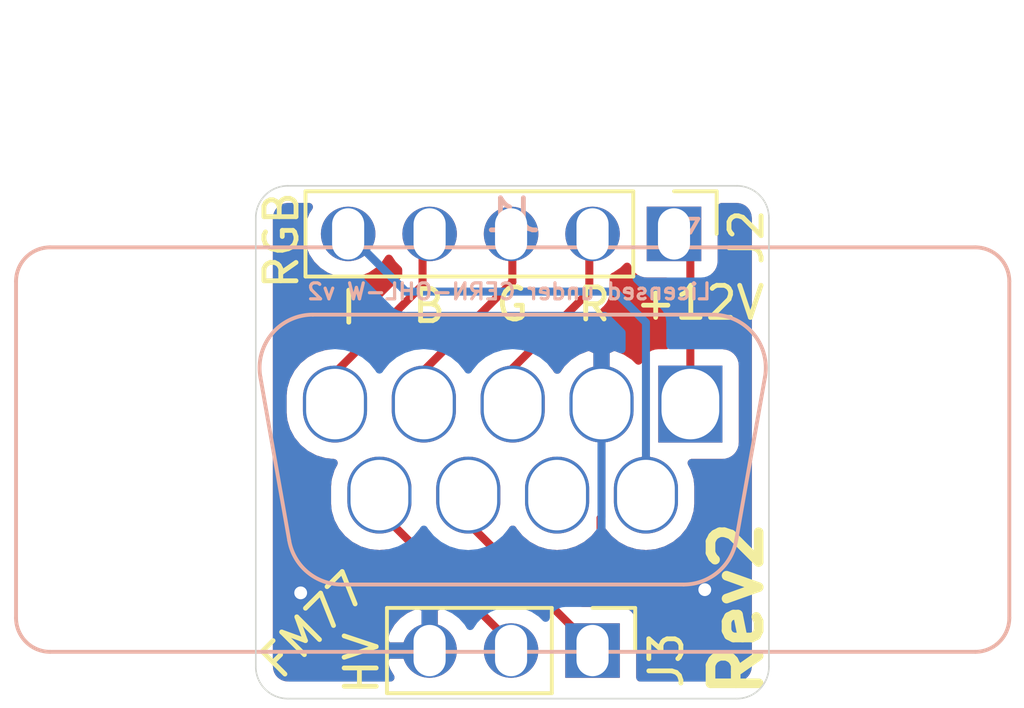
<source format=kicad_pcb>
(kicad_pcb (version 20171130) (host pcbnew "(5.1.6)-1")

  (general
    (thickness 1.6)
    (drawings 17)
    (tracks 36)
    (zones 0)
    (modules 3)
    (nets 9)
  )

  (page A4)
  (layers
    (0 F.Cu signal)
    (31 B.Cu signal)
    (32 B.Adhes user)
    (33 F.Adhes user)
    (34 B.Paste user)
    (35 F.Paste user)
    (36 B.SilkS user)
    (37 F.SilkS user)
    (38 B.Mask user)
    (39 F.Mask user)
    (40 Dwgs.User user)
    (41 Cmts.User user)
    (42 Eco1.User user)
    (43 Eco2.User user)
    (44 Edge.Cuts user)
    (45 Margin user)
    (46 B.CrtYd user)
    (47 F.CrtYd user)
    (48 B.Fab user)
    (49 F.Fab user)
  )

  (setup
    (last_trace_width 0.25)
    (trace_clearance 0.2)
    (zone_clearance 0.508)
    (zone_45_only no)
    (trace_min 0.2)
    (via_size 0.8)
    (via_drill 0.4)
    (via_min_size 0.4)
    (via_min_drill 0.3)
    (uvia_size 0.3)
    (uvia_drill 0.1)
    (uvias_allowed no)
    (uvia_min_size 0.2)
    (uvia_min_drill 0.1)
    (edge_width 0.05)
    (segment_width 0.2)
    (pcb_text_width 0.3)
    (pcb_text_size 1.5 1.5)
    (mod_edge_width 0.12)
    (mod_text_size 1 1)
    (mod_text_width 0.15)
    (pad_size 2 2.4)
    (pad_drill 1.8)
    (pad_to_mask_clearance 0.05)
    (aux_axis_origin 127 94)
    (grid_origin 127 94)
    (visible_elements 7FFFFFFF)
    (pcbplotparams
      (layerselection 0x010f0_ffffffff)
      (usegerberextensions true)
      (usegerberattributes true)
      (usegerberadvancedattributes true)
      (creategerberjobfile false)
      (excludeedgelayer true)
      (linewidth 0.100000)
      (plotframeref false)
      (viasonmask false)
      (mode 1)
      (useauxorigin false)
      (hpglpennumber 1)
      (hpglpenspeed 20)
      (hpglpendiameter 15.000000)
      (psnegative false)
      (psa4output false)
      (plotreference true)
      (plotvalue true)
      (plotinvisibletext false)
      (padsonsilk false)
      (subtractmaskfromsilk false)
      (outputformat 1)
      (mirror false)
      (drillshape 0)
      (scaleselection 1)
      (outputdirectory "gerber/"))
  )

  (net 0 "")
  (net 1 B)
  (net 2 R)
  (net 3 G)
  (net 4 V)
  (net 5 H)
  (net 6 GND)
  (net 7 I)
  (net 8 +12V)

  (net_class Default "This is the default net class."
    (clearance 0.2)
    (trace_width 0.25)
    (via_dia 0.8)
    (via_drill 0.4)
    (uvia_dia 0.3)
    (uvia_drill 0.1)
    (add_net +12V)
    (add_net B)
    (add_net G)
    (add_net GND)
    (add_net H)
    (add_net I)
    (add_net R)
    (add_net V)
  )

  (module Connector_PinHeader_2.54mm:PinHeader_1x05_P2.54mm_Vertical (layer F.Cu) (tedit 629CF21F) (tstamp 6299129E)
    (at 140.04 79.5 270)
    (descr "Through hole straight pin header, 1x05, 2.54mm pitch, single row")
    (tags "Through hole pin header THT 1x05 2.54mm single row")
    (path /6263C9B5)
    (fp_text reference J2 (at 0.1 -2.26 90) (layer F.SilkS)
      (effects (font (size 1 1) (thickness 0.15)))
    )
    (fp_text value RGB (at 0.2 12.24 90) (layer F.SilkS)
      (effects (font (size 1 1) (thickness 0.15)))
    )
    (fp_line (start -0.635 -1.27) (end 1.27 -1.27) (layer F.Fab) (width 0.1))
    (fp_line (start 1.27 -1.27) (end 1.27 11.43) (layer F.Fab) (width 0.1))
    (fp_line (start 1.27 11.43) (end -1.27 11.43) (layer F.Fab) (width 0.1))
    (fp_line (start -1.27 11.43) (end -1.27 -0.635) (layer F.Fab) (width 0.1))
    (fp_line (start -1.27 -0.635) (end -0.635 -1.27) (layer F.Fab) (width 0.1))
    (fp_line (start -1.33 11.49) (end 1.33 11.49) (layer F.SilkS) (width 0.12))
    (fp_line (start -1.33 1.27) (end -1.33 11.49) (layer F.SilkS) (width 0.12))
    (fp_line (start 1.33 1.27) (end 1.33 11.49) (layer F.SilkS) (width 0.12))
    (fp_line (start -1.33 1.27) (end 1.33 1.27) (layer F.SilkS) (width 0.12))
    (fp_line (start -1.33 0) (end -1.33 -1.33) (layer F.SilkS) (width 0.12))
    (fp_line (start -1.33 -1.33) (end 0 -1.33) (layer F.SilkS) (width 0.12))
    (fp_line (start -1.8 -1.8) (end -1.8 11.95) (layer F.CrtYd) (width 0.05))
    (fp_line (start -1.8 11.95) (end 1.8 11.95) (layer F.CrtYd) (width 0.05))
    (fp_line (start 1.8 11.95) (end 1.8 -1.8) (layer F.CrtYd) (width 0.05))
    (fp_line (start 1.8 -1.8) (end -1.8 -1.8) (layer F.CrtYd) (width 0.05))
    (fp_text user %R (at 0 5.08) (layer F.Fab)
      (effects (font (size 1 1) (thickness 0.15)))
    )
    (pad 5 thru_hole oval (at 0 10.16 270) (size 1.7 1.7) (drill oval 1.6 1) (layers *.Cu *.Mask)
      (net 7 I))
    (pad 4 thru_hole oval (at 0 7.62 270) (size 1.7 1.7) (drill oval 1.6 1) (layers *.Cu *.Mask)
      (net 1 B))
    (pad 3 thru_hole oval (at 0 5.08 270) (size 1.7 1.7) (drill oval 1.6 1) (layers *.Cu *.Mask)
      (net 3 G))
    (pad 2 thru_hole oval (at 0 2.54 270) (size 1.7 1.7) (drill oval 1.6 1) (layers *.Cu *.Mask)
      (net 2 R))
    (pad 1 thru_hole rect (at 0 0 270) (size 1.7 1.7) (drill oval 1.6 1) (layers *.Cu *.Mask)
      (net 8 +12V))
    (model ${KISYS3DMOD}/Connector_PinHeader_2.54mm.3dshapes/PinHeader_1x05_P2.54mm_Vertical.wrl
      (at (xyz 0 0 0))
      (scale (xyz 1 1 1))
      (rotate (xyz 0 0 0))
    )
  )

  (module Connector_PinHeader_2.54mm:PinHeader_1x03_P2.54mm_Vertical (layer F.Cu) (tedit 629CF23A) (tstamp 629931B7)
    (at 137.5 92.5 270)
    (descr "Through hole straight pin header, 1x03, 2.54mm pitch, single row")
    (tags "Through hole pin header THT 1x03 2.54mm single row")
    (path /6263D794)
    (fp_text reference J3 (at 0.3 -2.3 90) (layer F.SilkS)
      (effects (font (size 1 1) (thickness 0.15)))
    )
    (fp_text value HV (at 0.4 7.2 90) (layer F.SilkS)
      (effects (font (size 1 1) (thickness 0.15)))
    )
    (fp_line (start -0.635 -1.27) (end 1.27 -1.27) (layer F.Fab) (width 0.1))
    (fp_line (start 1.27 -1.27) (end 1.27 6.35) (layer F.Fab) (width 0.1))
    (fp_line (start 1.27 6.35) (end -1.27 6.35) (layer F.Fab) (width 0.1))
    (fp_line (start -1.27 6.35) (end -1.27 -0.635) (layer F.Fab) (width 0.1))
    (fp_line (start -1.27 -0.635) (end -0.635 -1.27) (layer F.Fab) (width 0.1))
    (fp_line (start -1.33 6.41) (end 1.33 6.41) (layer F.SilkS) (width 0.12))
    (fp_line (start -1.33 1.27) (end -1.33 6.41) (layer F.SilkS) (width 0.12))
    (fp_line (start 1.33 1.27) (end 1.33 6.41) (layer F.SilkS) (width 0.12))
    (fp_line (start -1.33 1.27) (end 1.33 1.27) (layer F.SilkS) (width 0.12))
    (fp_line (start -1.33 0) (end -1.33 -1.33) (layer F.SilkS) (width 0.12))
    (fp_line (start -1.33 -1.33) (end 0 -1.33) (layer F.SilkS) (width 0.12))
    (fp_line (start -1.8 -1.8) (end -1.8 6.85) (layer F.CrtYd) (width 0.05))
    (fp_line (start -1.8 6.85) (end 1.8 6.85) (layer F.CrtYd) (width 0.05))
    (fp_line (start 1.8 6.85) (end 1.8 -1.8) (layer F.CrtYd) (width 0.05))
    (fp_line (start 1.8 -1.8) (end -1.8 -1.8) (layer F.CrtYd) (width 0.05))
    (fp_text user %R (at 0 2.54) (layer F.Fab)
      (effects (font (size 1 1) (thickness 0.15)))
    )
    (pad 3 thru_hole oval (at 0 5.08 270) (size 1.7 1.7) (drill oval 1.6 1) (layers *.Cu *.Mask)
      (net 6 GND))
    (pad 2 thru_hole oval (at 0 2.54 270) (size 1.7 1.7) (drill oval 1.6 1) (layers *.Cu *.Mask)
      (net 4 V))
    (pad 1 thru_hole rect (at 0 0 270) (size 1.7 1.7) (drill oval 1.6 1) (layers *.Cu *.Mask)
      (net 5 H))
    (model ${KISYS3DMOD}/Connector_PinHeader_2.54mm.3dshapes/PinHeader_1x03_P2.54mm_Vertical.wrl
      (at (xyz 0 0 0))
      (scale (xyz 1 1 1))
      (rotate (xyz 0 0 0))
    )
  )

  (module Connector_Dsub:DSUB-9_Male_Vertical_P2.77x2.84mm (layer B.Cu) (tedit 62BAFEBD) (tstamp 62991286)
    (at 140.55 84.809669 180)
    (descr "9-pin D-Sub connector, straight/vertical, THT-mount, male, pitch 2.77x2.84mm, distance of mounting holes 25mm, see https://disti-assets.s3.amazonaws.com/tonar/files/datasheets/16730.pdf")
    (tags "9-pin D-Sub connector straight vertical THT male pitch 2.77x2.84mm mounting holes distance 25mm")
    (path /6299002F)
    (fp_text reference J1 (at 5.54 5.89) (layer B.SilkS)
      (effects (font (size 1 1) (thickness 0.15)) (justify mirror))
    )
    (fp_text value FM77 (at 11.75 -6.890331 225) (layer F.SilkS)
      (effects (font (size 1 1) (thickness 0.15)))
    )
    (fp_line (start -8.885 4.83) (end 19.965 4.83) (layer B.Fab) (width 0.1))
    (fp_line (start 20.965 3.83) (end 20.965 -6.67) (layer B.Fab) (width 0.1))
    (fp_line (start 19.965 -7.67) (end -8.885 -7.67) (layer B.Fab) (width 0.1))
    (fp_line (start -9.885 -6.67) (end -9.885 3.83) (layer B.Fab) (width 0.1))
    (fp_line (start -8.885 4.89) (end 19.965 4.89) (layer B.SilkS) (width 0.12))
    (fp_line (start 21.025 3.83) (end 21.025 -6.67) (layer B.SilkS) (width 0.12))
    (fp_line (start 19.965 -7.73) (end -8.885 -7.73) (layer B.SilkS) (width 0.12))
    (fp_line (start -9.945 -6.67) (end -9.945 3.83) (layer B.SilkS) (width 0.12))
    (fp_line (start -0.25 5.784338) (end 0.25 5.784338) (layer B.SilkS) (width 0.12))
    (fp_line (start 0.25 5.784338) (end 0 5.351325) (layer B.SilkS) (width 0.12))
    (fp_line (start 0 5.351325) (end -0.25 5.784338) (layer B.SilkS) (width 0.12))
    (fp_line (start -0.703194 2.73) (end 11.783194 2.73) (layer B.Fab) (width 0.1))
    (fp_line (start 0.196073 -5.57) (end 10.883927 -5.57) (layer B.Fab) (width 0.1))
    (fp_line (start 13.358887 0.852163) (end 12.459619 -4.247837) (layer B.Fab) (width 0.1))
    (fp_line (start -2.278887 0.852163) (end -1.379619 -4.247837) (layer B.Fab) (width 0.1))
    (fp_line (start -0.691689 2.79) (end 11.771689 2.79) (layer B.SilkS) (width 0.12))
    (fp_line (start 0.207579 -5.63) (end 10.872421 -5.63) (layer B.SilkS) (width 0.12))
    (fp_line (start 13.40647 0.841744) (end 12.507202 -4.258256) (layer B.SilkS) (width 0.12))
    (fp_line (start -2.32647 0.841744) (end -1.427202 -4.258256) (layer B.SilkS) (width 0.12))
    (fp_line (start -10.4 5.35) (end -10.4 -8.2) (layer B.CrtYd) (width 0.05))
    (fp_line (start -10.4 -8.2) (end 21.5 -8.2) (layer B.CrtYd) (width 0.05))
    (fp_line (start 21.5 -8.2) (end 21.5 5.35) (layer B.CrtYd) (width 0.05))
    (fp_line (start 21.5 5.35) (end -10.4 5.35) (layer B.CrtYd) (width 0.05))
    (fp_text user %R (at 5.54 -1.42) (layer B.Fab)
      (effects (font (size 1 1) (thickness 0.15)) (justify mirror))
    )
    (fp_arc (start 10.872421 -3.97) (end 10.872421 -5.63) (angle 80) (layer B.SilkS) (width 0.12))
    (fp_arc (start 0.207579 -3.97) (end 0.207579 -5.63) (angle -80) (layer B.SilkS) (width 0.12))
    (fp_arc (start 11.771689 1.13) (end 11.771689 2.79) (angle -100) (layer B.SilkS) (width 0.12))
    (fp_arc (start -0.691689 1.13) (end -0.691689 2.79) (angle 100) (layer B.SilkS) (width 0.12))
    (fp_arc (start 10.883927 -3.97) (end 10.883927 -5.57) (angle 80) (layer B.Fab) (width 0.1))
    (fp_arc (start 0.196073 -3.97) (end 0.196073 -5.57) (angle -80) (layer B.Fab) (width 0.1))
    (fp_arc (start 11.783194 1.13) (end 11.783194 2.73) (angle -100) (layer B.Fab) (width 0.1))
    (fp_arc (start -0.703194 1.13) (end -0.703194 2.73) (angle 100) (layer B.Fab) (width 0.1))
    (fp_arc (start 19.965 -6.67) (end 21.025 -6.67) (angle -90) (layer B.SilkS) (width 0.12))
    (fp_arc (start -8.885 -6.67) (end -9.945 -6.67) (angle 90) (layer B.SilkS) (width 0.12))
    (fp_arc (start 19.965 3.83) (end 19.965 4.89) (angle -90) (layer B.SilkS) (width 0.12))
    (fp_arc (start -8.885 3.83) (end -9.945 3.83) (angle -90) (layer B.SilkS) (width 0.12))
    (fp_arc (start 19.965 -6.67) (end 20.965 -6.67) (angle -90) (layer B.Fab) (width 0.1))
    (fp_arc (start -8.885 -6.67) (end -9.885 -6.67) (angle 90) (layer B.Fab) (width 0.1))
    (fp_arc (start 19.965 3.83) (end 19.965 4.83) (angle -90) (layer B.Fab) (width 0.1))
    (fp_arc (start -8.885 3.83) (end -9.885 3.83) (angle -90) (layer B.Fab) (width 0.1))
    (pad 9 thru_hole oval (at 9.695 -2.84 180) (size 2 2.4) (drill oval 1.8 2.2) (layers *.Cu *.Mask)
      (net 4 V))
    (pad 8 thru_hole oval (at 6.925 -2.84 180) (size 2 2.4) (drill oval 1.8 2.2) (layers *.Cu *.Mask)
      (net 5 H))
    (pad 7 thru_hole oval (at 4.155 -2.84 180) (size 2 2.4) (drill oval 1.8 2.2) (layers *.Cu *.Mask))
    (pad 6 thru_hole oval (at 1.385 -2.84 180) (size 2 2.4) (drill oval 1.8 2.2) (layers *.Cu *.Mask)
      (net 7 I))
    (pad 5 thru_hole oval (at 11.08 0 180) (size 2 2.4) (drill oval 1.8 2.2) (layers *.Cu *.Mask)
      (net 1 B))
    (pad 4 thru_hole oval (at 8.31 0 180) (size 2 2.4) (drill oval 1.8 2.2) (layers *.Cu *.Mask)
      (net 3 G))
    (pad 3 thru_hole oval (at 5.54 0 180) (size 2 2.4) (drill oval 1.8 2.2) (layers *.Cu *.Mask)
      (net 2 R))
    (pad 2 thru_hole oval (at 2.77 0 180) (size 2 2.4) (drill oval 1.8 2.2) (layers *.Cu *.Mask)
      (net 6 GND))
    (pad 1 thru_hole rect (at 0 0 180) (size 2 2.4) (drill oval 1.8 2.2) (layers *.Cu *.Mask)
      (net 8 +12V))
    (model ${KISYS3DMOD}/Connector_Dsub.3dshapes/DSUB-9_Male_Vertical_P2.77x2.84mm.wrl
      (at (xyz 0 0 0))
      (scale (xyz 1 1 1))
      (rotate (xyz 0 0 0))
    )
  )

  (gr_text "Licensed under CERN-OHL-W v2" (at 134.9 81.3) (layer B.SilkS)
    (effects (font (size 0.5 0.5) (thickness 0.1)) (justify mirror))
  )
  (gr_text I (at 129.9 81.8) (layer F.SilkS) (tstamp 62BB0883)
    (effects (font (size 1 1) (thickness 0.15)))
  )
  (gr_text B (at 132.4 81.75) (layer F.SilkS) (tstamp 62BB087F)
    (effects (font (size 1 1) (thickness 0.15)))
  )
  (gr_text G (at 135 81.7) (layer F.SilkS) (tstamp 62BB087C)
    (effects (font (size 1 1) (thickness 0.15)))
  )
  (gr_text R (at 137.55 81.7) (layer F.SilkS) (tstamp 62BB0843)
    (effects (font (size 1 1) (thickness 0.15)))
  )
  (gr_text +12V (at 140.85 81.65) (layer F.SilkS)
    (effects (font (size 1 1) (thickness 0.15)))
  )
  (gr_text Rev2 (at 142 91.2 90) (layer F.SilkS)
    (effects (font (size 1.5 1.5) (thickness 0.3)))
  )
  (gr_arc (start 142 93) (end 142 94) (angle -90) (layer Edge.Cuts) (width 0.05) (tstamp 62648917))
  (gr_arc (start 128 93) (end 127 93) (angle -90) (layer Edge.Cuts) (width 0.05) (tstamp 62648914))
  (gr_line (start 142 78) (end 128 78) (layer Edge.Cuts) (width 0.05) (tstamp 626488A0))
  (gr_line (start 142 94) (end 128 94) (layer Edge.Cuts) (width 0.05))
  (dimension 16 (width 0.15) (layer Dwgs.User)
    (gr_text "16.000 mm" (at 135 72.9) (layer Dwgs.User)
      (effects (font (size 1 1) (thickness 0.15)))
    )
    (feature1 (pts (xy 127 78) (xy 127 73.613579)))
    (feature2 (pts (xy 143 78) (xy 143 73.613579)))
    (crossbar (pts (xy 143 74.2) (xy 127 74.2)))
    (arrow1a (pts (xy 127 74.2) (xy 128.126504 73.613579)))
    (arrow1b (pts (xy 127 74.2) (xy 128.126504 74.786421)))
    (arrow2a (pts (xy 143 74.2) (xy 141.873496 73.613579)))
    (arrow2b (pts (xy 143 74.2) (xy 141.873496 74.786421)))
  )
  (dimension 16 (width 0.15) (layer Dwgs.User)
    (gr_text "16.000 mm" (at 147.9 86 270) (layer Dwgs.User)
      (effects (font (size 1 1) (thickness 0.15)))
    )
    (feature1 (pts (xy 143 94) (xy 147.186421 94)))
    (feature2 (pts (xy 143 78) (xy 147.186421 78)))
    (crossbar (pts (xy 146.6 78) (xy 146.6 94)))
    (arrow1a (pts (xy 146.6 94) (xy 146.013579 92.873496)))
    (arrow1b (pts (xy 146.6 94) (xy 147.186421 92.873496)))
    (arrow2a (pts (xy 146.6 78) (xy 146.013579 79.126504)))
    (arrow2b (pts (xy 146.6 78) (xy 147.186421 79.126504)))
  )
  (gr_arc (start 128 79) (end 128 78) (angle -90) (layer Edge.Cuts) (width 0.05) (tstamp 6257372A))
  (gr_arc (start 142 79) (end 143 79) (angle -90) (layer Edge.Cuts) (width 0.05))
  (gr_line (start 143 93) (end 143 79) (layer Edge.Cuts) (width 0.05))
  (gr_line (start 127 79) (end 127 93) (layer Edge.Cuts) (width 0.05))

  (segment (start 132.2 79.72) (end 132.42 79.5) (width 0.25) (layer F.Cu) (net 1))
  (segment (start 129.47 84.809669) (end 129.47 83.83) (width 0.25) (layer F.Cu) (net 1))
  (segment (start 132.2 81.1) (end 132.2 79.72) (width 0.25) (layer F.Cu) (net 1))
  (segment (start 129.47 83.83) (end 132.2 81.1) (width 0.25) (layer F.Cu) (net 1))
  (segment (start 137.4 79.6) (end 137.5 79.5) (width 0.25) (layer F.Cu) (net 2))
  (segment (start 137.4 81.3) (end 137.4 79.6) (width 0.25) (layer F.Cu) (net 2))
  (segment (start 135.01 84.809669) (end 135.01 83.69) (width 0.25) (layer F.Cu) (net 2))
  (segment (start 135.01 83.69) (end 137.4 81.3) (width 0.25) (layer F.Cu) (net 2))
  (segment (start 135 81) (end 135 79.54) (width 0.25) (layer F.Cu) (net 3))
  (segment (start 135 79.54) (end 134.96 79.5) (width 0.25) (layer F.Cu) (net 3))
  (segment (start 132.24 84.809669) (end 132.24 83.76) (width 0.25) (layer F.Cu) (net 3))
  (segment (start 132.24 83.76) (end 135 81) (width 0.25) (layer F.Cu) (net 3))
  (segment (start 134.96 92.26) (end 134.96 92.5) (width 0.25) (layer F.Cu) (net 4))
  (segment (start 130.855 87.649669) (end 130.855 88.155) (width 0.25) (layer F.Cu) (net 4))
  (segment (start 130.855 88.155) (end 134.96 92.26) (width 0.25) (layer F.Cu) (net 4))
  (segment (start 137.5 92.4) (end 137.5 92.5) (width 0.25) (layer F.Cu) (net 5))
  (segment (start 133.625 87.649669) (end 133.625 88.525) (width 0.25) (layer F.Cu) (net 5))
  (segment (start 133.625 88.525) (end 137.5 92.4) (width 0.25) (layer F.Cu) (net 5))
  (segment (start 132.42 92.5) (end 132.42 91.08) (width 0.25) (layer B.Cu) (net 6))
  (segment (start 132.42 91.08) (end 132.8 90.7) (width 0.25) (layer B.Cu) (net 6))
  (segment (start 132.8 90.7) (end 137 90.7) (width 0.25) (layer B.Cu) (net 6))
  (segment (start 137.78 89.92) (end 137.78 84.809669) (width 0.25) (layer B.Cu) (net 6))
  (segment (start 137 90.7) (end 137.78 89.92) (width 0.25) (layer B.Cu) (net 6))
  (via (at 141 90.6) (size 0.8) (drill 0.4) (layers F.Cu B.Cu) (net 6))
  (via (at 128.4 90.7) (size 0.8) (drill 0.4) (layers F.Cu B.Cu) (net 6))
  (segment (start 137.78 88.338516) (end 137.75 88.368516) (width 0.25) (layer F.Cu) (net 6))
  (segment (start 137.78 84.809669) (end 137.78 88.338516) (width 0.25) (layer F.Cu) (net 6))
  (segment (start 137.75 88.368516) (end 137.75 89.3) (width 0.25) (layer F.Cu) (net 6))
  (segment (start 139.05 90.6) (end 141 90.6) (width 0.25) (layer F.Cu) (net 6))
  (segment (start 137.75 89.3) (end 139.05 90.6) (width 0.25) (layer F.Cu) (net 6))
  (segment (start 131.68 81.3) (end 129.88 79.5) (width 0.25) (layer B.Cu) (net 7))
  (segment (start 138.2 81.3) (end 131.68 81.3) (width 0.25) (layer B.Cu) (net 7))
  (segment (start 139.165 87.649669) (end 139.165 82.265) (width 0.25) (layer B.Cu) (net 7))
  (segment (start 139.165 82.265) (end 138.2 81.3) (width 0.25) (layer B.Cu) (net 7))
  (segment (start 140.55 80.01) (end 140.04 79.5) (width 0.25) (layer F.Cu) (net 8))
  (segment (start 140.55 84.809669) (end 140.55 80.01) (width 0.25) (layer F.Cu) (net 8))

  (zone (net 6) (net_name GND) (layer B.Cu) (tstamp 0) (hatch edge 0.508)
    (connect_pads (clearance 0.508))
    (min_thickness 0.254)
    (fill yes (arc_segments 32) (thermal_gap 0.508) (thermal_bridge_width 0.508))
    (polygon
      (pts
        (xy 143 94) (xy 127 94) (xy 127 78) (xy 143 78)
      )
    )
    (filled_polygon
      (pts
        (xy 128.56401 78.796589) (xy 128.452068 79.066842) (xy 128.395 79.35374) (xy 128.395 79.64626) (xy 128.452068 79.933158)
        (xy 128.56401 80.203411) (xy 128.726525 80.446632) (xy 128.933368 80.653475) (xy 129.176589 80.81599) (xy 129.446842 80.927932)
        (xy 129.73374 80.985) (xy 130.02626 80.985) (xy 130.246408 80.94121) (xy 131.116205 81.811008) (xy 131.139999 81.840001)
        (xy 131.168992 81.863795) (xy 131.168996 81.863799) (xy 131.239685 81.921811) (xy 131.255724 81.934974) (xy 131.387753 82.005546)
        (xy 131.531014 82.049003) (xy 131.642667 82.06) (xy 131.642676 82.06) (xy 131.679999 82.063676) (xy 131.717322 82.06)
        (xy 137.885199 82.06) (xy 138.405001 82.579803) (xy 138.405001 83.102372) (xy 138.233327 83.034134) (xy 138.160434 83.019545)
        (xy 137.907 83.138892) (xy 137.907 84.682669) (xy 137.927 84.682669) (xy 137.927 84.936669) (xy 137.907 84.936669)
        (xy 137.907 84.956669) (xy 137.653 84.956669) (xy 137.653 84.936669) (xy 137.633 84.936669) (xy 137.633 84.682669)
        (xy 137.653 84.682669) (xy 137.653 83.138892) (xy 137.399566 83.019545) (xy 137.326673 83.034134) (xy 137.028012 83.152847)
        (xy 136.758249 83.327545) (xy 136.527752 83.551514) (xy 136.398534 83.739017) (xy 136.376031 83.696917) (xy 136.171714 83.447955)
        (xy 135.922752 83.243638) (xy 135.638715 83.091817) (xy 135.330516 82.998326) (xy 135.01 82.966758) (xy 134.689485 82.998326)
        (xy 134.381286 83.091817) (xy 134.097249 83.243638) (xy 133.848286 83.447955) (xy 133.643969 83.696917) (xy 133.625 83.732406)
        (xy 133.606031 83.696917) (xy 133.401714 83.447955) (xy 133.152752 83.243638) (xy 132.868715 83.091817) (xy 132.560516 82.998326)
        (xy 132.24 82.966758) (xy 131.919485 82.998326) (xy 131.611286 83.091817) (xy 131.327249 83.243638) (xy 131.078286 83.447955)
        (xy 130.873969 83.696917) (xy 130.855 83.732406) (xy 130.836031 83.696917) (xy 130.631714 83.447955) (xy 130.382752 83.243638)
        (xy 130.098715 83.091817) (xy 129.790516 82.998326) (xy 129.47 82.966758) (xy 129.149485 82.998326) (xy 128.841286 83.091817)
        (xy 128.557249 83.243638) (xy 128.308286 83.447955) (xy 128.103969 83.696917) (xy 127.952148 83.980954) (xy 127.858657 84.289153)
        (xy 127.835 84.529347) (xy 127.835 85.08999) (xy 127.858657 85.330184) (xy 127.952148 85.638383) (xy 128.103969 85.92242)
        (xy 128.308286 86.171383) (xy 128.557248 86.3757) (xy 128.841285 86.527521) (xy 129.149484 86.621012) (xy 129.429289 86.64857)
        (xy 129.337148 86.820954) (xy 129.243657 87.129153) (xy 129.22 87.369347) (xy 129.22 87.92999) (xy 129.243657 88.170184)
        (xy 129.337148 88.478383) (xy 129.488969 88.76242) (xy 129.693286 89.011383) (xy 129.942248 89.2157) (xy 130.226285 89.367521)
        (xy 130.534484 89.461012) (xy 130.855 89.49258) (xy 131.175515 89.461012) (xy 131.483714 89.367521) (xy 131.767751 89.2157)
        (xy 132.016714 89.011383) (xy 132.221031 88.762421) (xy 132.24 88.726932) (xy 132.258969 88.76242) (xy 132.463286 89.011383)
        (xy 132.712248 89.2157) (xy 132.996285 89.367521) (xy 133.304484 89.461012) (xy 133.625 89.49258) (xy 133.945515 89.461012)
        (xy 134.253714 89.367521) (xy 134.537751 89.2157) (xy 134.786714 89.011383) (xy 134.991031 88.762421) (xy 135.01 88.726932)
        (xy 135.028969 88.76242) (xy 135.233286 89.011383) (xy 135.482248 89.2157) (xy 135.766285 89.367521) (xy 136.074484 89.461012)
        (xy 136.395 89.49258) (xy 136.715515 89.461012) (xy 137.023714 89.367521) (xy 137.307751 89.2157) (xy 137.556714 89.011383)
        (xy 137.761031 88.762421) (xy 137.78 88.726932) (xy 137.798969 88.76242) (xy 138.003286 89.011383) (xy 138.252248 89.2157)
        (xy 138.536285 89.367521) (xy 138.844484 89.461012) (xy 139.165 89.49258) (xy 139.485515 89.461012) (xy 139.793714 89.367521)
        (xy 140.077751 89.2157) (xy 140.326714 89.011383) (xy 140.531031 88.762421) (xy 140.682852 88.478384) (xy 140.776343 88.170185)
        (xy 140.8 87.929991) (xy 140.8 87.369348) (xy 140.776343 87.129154) (xy 140.682852 86.820955) (xy 140.590267 86.647741)
        (xy 141.55 86.647741) (xy 141.674482 86.635481) (xy 141.79418 86.599171) (xy 141.904494 86.540206) (xy 142.001185 86.460854)
        (xy 142.080537 86.364163) (xy 142.139502 86.253849) (xy 142.175812 86.134151) (xy 142.188072 86.009669) (xy 142.188072 83.609669)
        (xy 142.175812 83.485187) (xy 142.139502 83.365489) (xy 142.080537 83.255175) (xy 142.001185 83.158484) (xy 141.904494 83.079132)
        (xy 141.79418 83.020167) (xy 141.674482 82.983857) (xy 141.55 82.971597) (xy 139.925 82.971597) (xy 139.925 82.302322)
        (xy 139.928676 82.264999) (xy 139.925 82.227676) (xy 139.925 82.227667) (xy 139.914003 82.116014) (xy 139.870546 81.972753)
        (xy 139.799974 81.840723) (xy 139.728799 81.753997) (xy 139.705001 81.724999) (xy 139.676003 81.701201) (xy 138.878112 80.903311)
        (xy 138.94582 80.939502) (xy 139.065518 80.975812) (xy 139.19 80.988072) (xy 140.89 80.988072) (xy 141.014482 80.975812)
        (xy 141.13418 80.939502) (xy 141.244494 80.880537) (xy 141.341185 80.801185) (xy 141.420537 80.704494) (xy 141.479502 80.59418)
        (xy 141.515812 80.474482) (xy 141.528072 80.35) (xy 141.528072 78.66) (xy 141.967721 78.66) (xy 142.065424 78.66958)
        (xy 142.128356 78.68858) (xy 142.186405 78.719445) (xy 142.237343 78.760989) (xy 142.279248 78.811644) (xy 142.310515 78.869471)
        (xy 142.329956 78.932272) (xy 142.340001 79.027845) (xy 142.34 92.967721) (xy 142.33042 93.065424) (xy 142.31142 93.128357)
        (xy 142.280554 93.186406) (xy 142.239011 93.237343) (xy 142.188356 93.279248) (xy 142.130529 93.310515) (xy 142.067728 93.329956)
        (xy 141.972165 93.34) (xy 138.988072 93.34) (xy 138.988072 91.65) (xy 138.975812 91.525518) (xy 138.939502 91.40582)
        (xy 138.880537 91.295506) (xy 138.801185 91.198815) (xy 138.704494 91.119463) (xy 138.59418 91.060498) (xy 138.474482 91.024188)
        (xy 138.35 91.011928) (xy 136.65 91.011928) (xy 136.525518 91.024188) (xy 136.40582 91.060498) (xy 136.295506 91.119463)
        (xy 136.198815 91.198815) (xy 136.119463 91.295506) (xy 136.060498 91.40582) (xy 136.038487 91.47838) (xy 135.906632 91.346525)
        (xy 135.663411 91.18401) (xy 135.393158 91.072068) (xy 135.10626 91.015) (xy 134.81374 91.015) (xy 134.526842 91.072068)
        (xy 134.256589 91.18401) (xy 134.013368 91.346525) (xy 133.806525 91.553368) (xy 133.684805 91.735534) (xy 133.615178 91.618645)
        (xy 133.420269 91.402412) (xy 133.18692 91.228359) (xy 132.924099 91.103175) (xy 132.77689 91.058524) (xy 132.547 91.179845)
        (xy 132.547 92.373) (xy 132.567 92.373) (xy 132.567 92.627) (xy 132.547 92.627) (xy 132.547 92.647)
        (xy 132.293 92.647) (xy 132.293 92.627) (xy 131.099186 92.627) (xy 130.978519 92.856891) (xy 131.075843 93.131252)
        (xy 131.200188 93.34) (xy 128.032279 93.34) (xy 127.934576 93.33042) (xy 127.871643 93.31142) (xy 127.813594 93.280554)
        (xy 127.762657 93.239011) (xy 127.720752 93.188356) (xy 127.689485 93.130529) (xy 127.670044 93.067728) (xy 127.66 92.972165)
        (xy 127.66 92.143109) (xy 130.978519 92.143109) (xy 131.099186 92.373) (xy 132.293 92.373) (xy 132.293 91.179845)
        (xy 132.06311 91.058524) (xy 131.915901 91.103175) (xy 131.65308 91.228359) (xy 131.419731 91.402412) (xy 131.224822 91.618645)
        (xy 131.075843 91.868748) (xy 130.978519 92.143109) (xy 127.66 92.143109) (xy 127.66 79.032279) (xy 127.66958 78.934576)
        (xy 127.68858 78.871644) (xy 127.719445 78.813595) (xy 127.760989 78.762657) (xy 127.811644 78.720752) (xy 127.869471 78.689485)
        (xy 127.932272 78.670044) (xy 128.027835 78.66) (xy 128.655276 78.66)
      )
    )
  )
  (zone (net 6) (net_name GND) (layer F.Cu) (tstamp 0) (hatch edge 0.508)
    (connect_pads (clearance 0.508))
    (min_thickness 0.254)
    (fill yes (arc_segments 32) (thermal_gap 0.508) (thermal_bridge_width 0.508))
    (polygon
      (pts
        (xy 143 94) (xy 127 94) (xy 127 78) (xy 143 78)
      )
    )
    (filled_polygon
      (pts
        (xy 128.56401 78.796589) (xy 128.452068 79.066842) (xy 128.395 79.35374) (xy 128.395 79.64626) (xy 128.452068 79.933158)
        (xy 128.56401 80.203411) (xy 128.726525 80.446632) (xy 128.933368 80.653475) (xy 129.176589 80.81599) (xy 129.446842 80.927932)
        (xy 129.73374 80.985) (xy 130.02626 80.985) (xy 130.313158 80.927932) (xy 130.583411 80.81599) (xy 130.826632 80.653475)
        (xy 131.033475 80.446632) (xy 131.15 80.27224) (xy 131.266525 80.446632) (xy 131.44 80.620107) (xy 131.44 80.785198)
        (xy 129.235328 82.989871) (xy 129.149485 82.998326) (xy 128.841286 83.091817) (xy 128.557249 83.243638) (xy 128.308286 83.447955)
        (xy 128.103969 83.696917) (xy 127.952148 83.980954) (xy 127.858657 84.289153) (xy 127.835 84.529347) (xy 127.835 85.08999)
        (xy 127.858657 85.330184) (xy 127.952148 85.638383) (xy 128.103969 85.92242) (xy 128.308286 86.171383) (xy 128.557248 86.3757)
        (xy 128.841285 86.527521) (xy 129.149484 86.621012) (xy 129.429289 86.64857) (xy 129.337148 86.820954) (xy 129.243657 87.129153)
        (xy 129.22 87.369347) (xy 129.22 87.92999) (xy 129.243657 88.170184) (xy 129.337148 88.478383) (xy 129.488969 88.76242)
        (xy 129.693286 89.011383) (xy 129.942248 89.2157) (xy 130.226285 89.367521) (xy 130.534484 89.461012) (xy 130.855 89.49258)
        (xy 131.094218 89.469019) (xy 132.715906 91.090707) (xy 132.547 91.179845) (xy 132.547 92.373) (xy 132.567 92.373)
        (xy 132.567 92.627) (xy 132.547 92.627) (xy 132.547 92.647) (xy 132.293 92.647) (xy 132.293 92.627)
        (xy 131.099186 92.627) (xy 130.978519 92.856891) (xy 131.075843 93.131252) (xy 131.200188 93.34) (xy 128.032279 93.34)
        (xy 127.934576 93.33042) (xy 127.871643 93.31142) (xy 127.813594 93.280554) (xy 127.762657 93.239011) (xy 127.720752 93.188356)
        (xy 127.689485 93.130529) (xy 127.670044 93.067728) (xy 127.66 92.972165) (xy 127.66 92.143109) (xy 130.978519 92.143109)
        (xy 131.099186 92.373) (xy 132.293 92.373) (xy 132.293 91.179845) (xy 132.06311 91.058524) (xy 131.915901 91.103175)
        (xy 131.65308 91.228359) (xy 131.419731 91.402412) (xy 131.224822 91.618645) (xy 131.075843 91.868748) (xy 130.978519 92.143109)
        (xy 127.66 92.143109) (xy 127.66 79.032279) (xy 127.66958 78.934576) (xy 127.68858 78.871644) (xy 127.719445 78.813595)
        (xy 127.760989 78.762657) (xy 127.811644 78.720752) (xy 127.869471 78.689485) (xy 127.932272 78.670044) (xy 128.027835 78.66)
        (xy 128.655276 78.66)
      )
    )
    (filled_polygon
      (pts
        (xy 142.065424 78.66958) (xy 142.128356 78.68858) (xy 142.186405 78.719445) (xy 142.237343 78.760989) (xy 142.279248 78.811644)
        (xy 142.310515 78.869471) (xy 142.329956 78.932272) (xy 142.340001 79.027845) (xy 142.34 92.967721) (xy 142.33042 93.065424)
        (xy 142.31142 93.128357) (xy 142.280554 93.186406) (xy 142.239011 93.237343) (xy 142.188356 93.279248) (xy 142.130529 93.310515)
        (xy 142.067728 93.329956) (xy 141.972165 93.34) (xy 138.988072 93.34) (xy 138.988072 91.65) (xy 138.975812 91.525518)
        (xy 138.939502 91.40582) (xy 138.880537 91.295506) (xy 138.801185 91.198815) (xy 138.704494 91.119463) (xy 138.59418 91.060498)
        (xy 138.474482 91.024188) (xy 138.35 91.011928) (xy 137.18673 91.011928) (xy 134.966777 88.791975) (xy 134.991031 88.762421)
        (xy 135.01 88.726932) (xy 135.028969 88.76242) (xy 135.233286 89.011383) (xy 135.482248 89.2157) (xy 135.766285 89.367521)
        (xy 136.074484 89.461012) (xy 136.395 89.49258) (xy 136.715515 89.461012) (xy 137.023714 89.367521) (xy 137.307751 89.2157)
        (xy 137.556714 89.011383) (xy 137.761031 88.762421) (xy 137.78 88.726932) (xy 137.798969 88.76242) (xy 138.003286 89.011383)
        (xy 138.252248 89.2157) (xy 138.536285 89.367521) (xy 138.844484 89.461012) (xy 139.165 89.49258) (xy 139.485515 89.461012)
        (xy 139.793714 89.367521) (xy 140.077751 89.2157) (xy 140.326714 89.011383) (xy 140.531031 88.762421) (xy 140.682852 88.478384)
        (xy 140.776343 88.170185) (xy 140.8 87.929991) (xy 140.8 87.369348) (xy 140.776343 87.129154) (xy 140.682852 86.820955)
        (xy 140.590267 86.647741) (xy 141.55 86.647741) (xy 141.674482 86.635481) (xy 141.79418 86.599171) (xy 141.904494 86.540206)
        (xy 142.001185 86.460854) (xy 142.080537 86.364163) (xy 142.139502 86.253849) (xy 142.175812 86.134151) (xy 142.188072 86.009669)
        (xy 142.188072 83.609669) (xy 142.175812 83.485187) (xy 142.139502 83.365489) (xy 142.080537 83.255175) (xy 142.001185 83.158484)
        (xy 141.904494 83.079132) (xy 141.79418 83.020167) (xy 141.674482 82.983857) (xy 141.55 82.971597) (xy 141.31 82.971597)
        (xy 141.31 80.826778) (xy 141.341185 80.801185) (xy 141.420537 80.704494) (xy 141.479502 80.59418) (xy 141.515812 80.474482)
        (xy 141.528072 80.35) (xy 141.528072 78.66) (xy 141.967721 78.66)
      )
    )
    (filled_polygon
      (pts
        (xy 138.600498 80.59418) (xy 138.659463 80.704494) (xy 138.738815 80.801185) (xy 138.835506 80.880537) (xy 138.94582 80.939502)
        (xy 139.065518 80.975812) (xy 139.19 80.988072) (xy 139.790001 80.988072) (xy 139.79 82.971597) (xy 139.55 82.971597)
        (xy 139.425518 82.983857) (xy 139.30582 83.020167) (xy 139.195506 83.079132) (xy 139.098815 83.158484) (xy 139.019463 83.255175)
        (xy 138.960498 83.365489) (xy 138.933249 83.455318) (xy 138.801751 83.327545) (xy 138.531988 83.152847) (xy 138.233327 83.034134)
        (xy 138.160434 83.019545) (xy 137.907 83.138892) (xy 137.907 84.682669) (xy 137.927 84.682669) (xy 137.927 84.936669)
        (xy 137.907 84.936669) (xy 137.907 84.956669) (xy 137.653 84.956669) (xy 137.653 84.936669) (xy 137.633 84.936669)
        (xy 137.633 84.682669) (xy 137.653 84.682669) (xy 137.653 83.138892) (xy 137.399566 83.019545) (xy 137.326673 83.034134)
        (xy 137.028012 83.152847) (xy 136.758249 83.327545) (xy 136.527752 83.551514) (xy 136.398534 83.739017) (xy 136.376031 83.696917)
        (xy 136.241641 83.533161) (xy 137.911009 81.863794) (xy 137.940001 81.840001) (xy 137.963795 81.811008) (xy 137.963799 81.811004)
        (xy 138.034973 81.724277) (xy 138.034974 81.724276) (xy 138.105546 81.592247) (xy 138.149003 81.448986) (xy 138.16 81.337333)
        (xy 138.16 81.337324) (xy 138.163676 81.300001) (xy 138.16 81.262678) (xy 138.16 80.833971) (xy 138.203411 80.81599)
        (xy 138.446632 80.653475) (xy 138.578487 80.52162)
      )
    )
  )
)

</source>
